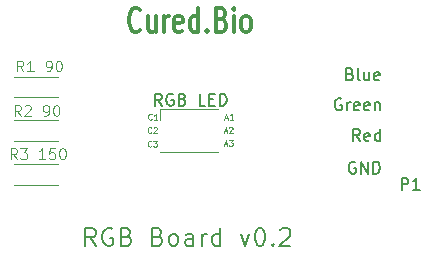
<source format=gto>
G04 #@! TF.FileFunction,Legend,Top*
%FSLAX46Y46*%
G04 Gerber Fmt 4.6, Leading zero omitted, Abs format (unit mm)*
G04 Created by KiCad (PCBNEW 4.0.7) date 01/10/18 12:45:49*
%MOMM*%
%LPD*%
G01*
G04 APERTURE LIST*
%ADD10C,0.150000*%
%ADD11C,0.100000*%
%ADD12C,0.200000*%
%ADD13C,0.304800*%
%ADD14C,0.200660*%
%ADD15C,0.120000*%
%ADD16C,0.127000*%
G04 APERTURE END LIST*
D10*
D11*
X101902858Y-64683333D02*
X102140953Y-64683333D01*
X101855239Y-64826190D02*
X102021906Y-64326190D01*
X102188572Y-64826190D01*
X102307620Y-64326190D02*
X102617143Y-64326190D01*
X102450477Y-64516667D01*
X102521905Y-64516667D01*
X102569524Y-64540476D01*
X102593334Y-64564286D01*
X102617143Y-64611905D01*
X102617143Y-64730952D01*
X102593334Y-64778571D01*
X102569524Y-64802381D01*
X102521905Y-64826190D01*
X102379048Y-64826190D01*
X102331429Y-64802381D01*
X102307620Y-64778571D01*
X101902858Y-63573333D02*
X102140953Y-63573333D01*
X101855239Y-63716190D02*
X102021906Y-63216190D01*
X102188572Y-63716190D01*
X102331429Y-63263810D02*
X102355239Y-63240000D01*
X102402858Y-63216190D01*
X102521905Y-63216190D01*
X102569524Y-63240000D01*
X102593334Y-63263810D01*
X102617143Y-63311429D01*
X102617143Y-63359048D01*
X102593334Y-63430476D01*
X102307620Y-63716190D01*
X102617143Y-63716190D01*
X101982858Y-62443333D02*
X102220953Y-62443333D01*
X101935239Y-62586190D02*
X102101906Y-62086190D01*
X102268572Y-62586190D01*
X102697143Y-62586190D02*
X102411429Y-62586190D01*
X102554286Y-62586190D02*
X102554286Y-62086190D01*
X102506667Y-62157619D01*
X102459048Y-62205238D01*
X102411429Y-62229048D01*
X95746667Y-64838571D02*
X95722857Y-64862381D01*
X95651429Y-64886190D01*
X95603810Y-64886190D01*
X95532381Y-64862381D01*
X95484762Y-64814762D01*
X95460953Y-64767143D01*
X95437143Y-64671905D01*
X95437143Y-64600476D01*
X95460953Y-64505238D01*
X95484762Y-64457619D01*
X95532381Y-64410000D01*
X95603810Y-64386190D01*
X95651429Y-64386190D01*
X95722857Y-64410000D01*
X95746667Y-64433810D01*
X95913334Y-64386190D02*
X96222857Y-64386190D01*
X96056191Y-64576667D01*
X96127619Y-64576667D01*
X96175238Y-64600476D01*
X96199048Y-64624286D01*
X96222857Y-64671905D01*
X96222857Y-64790952D01*
X96199048Y-64838571D01*
X96175238Y-64862381D01*
X96127619Y-64886190D01*
X95984762Y-64886190D01*
X95937143Y-64862381D01*
X95913334Y-64838571D01*
X95746667Y-63668571D02*
X95722857Y-63692381D01*
X95651429Y-63716190D01*
X95603810Y-63716190D01*
X95532381Y-63692381D01*
X95484762Y-63644762D01*
X95460953Y-63597143D01*
X95437143Y-63501905D01*
X95437143Y-63430476D01*
X95460953Y-63335238D01*
X95484762Y-63287619D01*
X95532381Y-63240000D01*
X95603810Y-63216190D01*
X95651429Y-63216190D01*
X95722857Y-63240000D01*
X95746667Y-63263810D01*
X95937143Y-63263810D02*
X95960953Y-63240000D01*
X96008572Y-63216190D01*
X96127619Y-63216190D01*
X96175238Y-63240000D01*
X96199048Y-63263810D01*
X96222857Y-63311429D01*
X96222857Y-63359048D01*
X96199048Y-63430476D01*
X95913334Y-63716190D01*
X96222857Y-63716190D01*
X95766667Y-62558571D02*
X95742857Y-62582381D01*
X95671429Y-62606190D01*
X95623810Y-62606190D01*
X95552381Y-62582381D01*
X95504762Y-62534762D01*
X95480953Y-62487143D01*
X95457143Y-62391905D01*
X95457143Y-62320476D01*
X95480953Y-62225238D01*
X95504762Y-62177619D01*
X95552381Y-62130000D01*
X95623810Y-62106190D01*
X95671429Y-62106190D01*
X95742857Y-62130000D01*
X95766667Y-62153810D01*
X96242857Y-62606190D02*
X95957143Y-62606190D01*
X96100000Y-62606190D02*
X96100000Y-62106190D01*
X96052381Y-62177619D01*
X96004762Y-62225238D01*
X95957143Y-62249048D01*
D12*
X91014287Y-73278571D02*
X90514287Y-72564286D01*
X90157144Y-73278571D02*
X90157144Y-71778571D01*
X90728572Y-71778571D01*
X90871430Y-71850000D01*
X90942858Y-71921429D01*
X91014287Y-72064286D01*
X91014287Y-72278571D01*
X90942858Y-72421429D01*
X90871430Y-72492857D01*
X90728572Y-72564286D01*
X90157144Y-72564286D01*
X92442858Y-71850000D02*
X92300001Y-71778571D01*
X92085715Y-71778571D01*
X91871430Y-71850000D01*
X91728572Y-71992857D01*
X91657144Y-72135714D01*
X91585715Y-72421429D01*
X91585715Y-72635714D01*
X91657144Y-72921429D01*
X91728572Y-73064286D01*
X91871430Y-73207143D01*
X92085715Y-73278571D01*
X92228572Y-73278571D01*
X92442858Y-73207143D01*
X92514287Y-73135714D01*
X92514287Y-72635714D01*
X92228572Y-72635714D01*
X93657144Y-72492857D02*
X93871430Y-72564286D01*
X93942858Y-72635714D01*
X94014287Y-72778571D01*
X94014287Y-72992857D01*
X93942858Y-73135714D01*
X93871430Y-73207143D01*
X93728572Y-73278571D01*
X93157144Y-73278571D01*
X93157144Y-71778571D01*
X93657144Y-71778571D01*
X93800001Y-71850000D01*
X93871430Y-71921429D01*
X93942858Y-72064286D01*
X93942858Y-72207143D01*
X93871430Y-72350000D01*
X93800001Y-72421429D01*
X93657144Y-72492857D01*
X93157144Y-72492857D01*
X96300001Y-72492857D02*
X96514287Y-72564286D01*
X96585715Y-72635714D01*
X96657144Y-72778571D01*
X96657144Y-72992857D01*
X96585715Y-73135714D01*
X96514287Y-73207143D01*
X96371429Y-73278571D01*
X95800001Y-73278571D01*
X95800001Y-71778571D01*
X96300001Y-71778571D01*
X96442858Y-71850000D01*
X96514287Y-71921429D01*
X96585715Y-72064286D01*
X96585715Y-72207143D01*
X96514287Y-72350000D01*
X96442858Y-72421429D01*
X96300001Y-72492857D01*
X95800001Y-72492857D01*
X97514287Y-73278571D02*
X97371429Y-73207143D01*
X97300001Y-73135714D01*
X97228572Y-72992857D01*
X97228572Y-72564286D01*
X97300001Y-72421429D01*
X97371429Y-72350000D01*
X97514287Y-72278571D01*
X97728572Y-72278571D01*
X97871429Y-72350000D01*
X97942858Y-72421429D01*
X98014287Y-72564286D01*
X98014287Y-72992857D01*
X97942858Y-73135714D01*
X97871429Y-73207143D01*
X97728572Y-73278571D01*
X97514287Y-73278571D01*
X99300001Y-73278571D02*
X99300001Y-72492857D01*
X99228572Y-72350000D01*
X99085715Y-72278571D01*
X98800001Y-72278571D01*
X98657144Y-72350000D01*
X99300001Y-73207143D02*
X99157144Y-73278571D01*
X98800001Y-73278571D01*
X98657144Y-73207143D01*
X98585715Y-73064286D01*
X98585715Y-72921429D01*
X98657144Y-72778571D01*
X98800001Y-72707143D01*
X99157144Y-72707143D01*
X99300001Y-72635714D01*
X100014287Y-73278571D02*
X100014287Y-72278571D01*
X100014287Y-72564286D02*
X100085715Y-72421429D01*
X100157144Y-72350000D01*
X100300001Y-72278571D01*
X100442858Y-72278571D01*
X101585715Y-73278571D02*
X101585715Y-71778571D01*
X101585715Y-73207143D02*
X101442858Y-73278571D01*
X101157144Y-73278571D01*
X101014286Y-73207143D01*
X100942858Y-73135714D01*
X100871429Y-72992857D01*
X100871429Y-72564286D01*
X100942858Y-72421429D01*
X101014286Y-72350000D01*
X101157144Y-72278571D01*
X101442858Y-72278571D01*
X101585715Y-72350000D01*
X103300001Y-72278571D02*
X103657144Y-73278571D01*
X104014286Y-72278571D01*
X104871429Y-71778571D02*
X105014286Y-71778571D01*
X105157143Y-71850000D01*
X105228572Y-71921429D01*
X105300001Y-72064286D01*
X105371429Y-72350000D01*
X105371429Y-72707143D01*
X105300001Y-72992857D01*
X105228572Y-73135714D01*
X105157143Y-73207143D01*
X105014286Y-73278571D01*
X104871429Y-73278571D01*
X104728572Y-73207143D01*
X104657143Y-73135714D01*
X104585715Y-72992857D01*
X104514286Y-72707143D01*
X104514286Y-72350000D01*
X104585715Y-72064286D01*
X104657143Y-71921429D01*
X104728572Y-71850000D01*
X104871429Y-71778571D01*
X106014286Y-73135714D02*
X106085714Y-73207143D01*
X106014286Y-73278571D01*
X105942857Y-73207143D01*
X106014286Y-73135714D01*
X106014286Y-73278571D01*
X106657143Y-71921429D02*
X106728572Y-71850000D01*
X106871429Y-71778571D01*
X107228572Y-71778571D01*
X107371429Y-71850000D01*
X107442858Y-71921429D01*
X107514286Y-72064286D01*
X107514286Y-72207143D01*
X107442858Y-72421429D01*
X106585715Y-73278571D01*
X107514286Y-73278571D01*
D13*
X94790857Y-54975714D02*
X94718286Y-55072476D01*
X94500572Y-55169238D01*
X94355429Y-55169238D01*
X94137714Y-55072476D01*
X93992572Y-54878952D01*
X93920000Y-54685429D01*
X93847429Y-54298381D01*
X93847429Y-54008095D01*
X93920000Y-53621048D01*
X93992572Y-53427524D01*
X94137714Y-53234000D01*
X94355429Y-53137238D01*
X94500572Y-53137238D01*
X94718286Y-53234000D01*
X94790857Y-53330762D01*
X96097143Y-53814571D02*
X96097143Y-55169238D01*
X95444000Y-53814571D02*
X95444000Y-54878952D01*
X95516572Y-55072476D01*
X95661714Y-55169238D01*
X95879429Y-55169238D01*
X96024572Y-55072476D01*
X96097143Y-54975714D01*
X96822857Y-55169238D02*
X96822857Y-53814571D01*
X96822857Y-54201619D02*
X96895429Y-54008095D01*
X96968000Y-53911333D01*
X97113143Y-53814571D01*
X97258286Y-53814571D01*
X98346858Y-55072476D02*
X98201715Y-55169238D01*
X97911429Y-55169238D01*
X97766286Y-55072476D01*
X97693715Y-54878952D01*
X97693715Y-54104857D01*
X97766286Y-53911333D01*
X97911429Y-53814571D01*
X98201715Y-53814571D01*
X98346858Y-53911333D01*
X98419429Y-54104857D01*
X98419429Y-54298381D01*
X97693715Y-54491905D01*
X99725715Y-55169238D02*
X99725715Y-53137238D01*
X99725715Y-55072476D02*
X99580572Y-55169238D01*
X99290286Y-55169238D01*
X99145144Y-55072476D01*
X99072572Y-54975714D01*
X99000001Y-54782190D01*
X99000001Y-54201619D01*
X99072572Y-54008095D01*
X99145144Y-53911333D01*
X99290286Y-53814571D01*
X99580572Y-53814571D01*
X99725715Y-53911333D01*
X100451429Y-54975714D02*
X100524001Y-55072476D01*
X100451429Y-55169238D01*
X100378858Y-55072476D01*
X100451429Y-54975714D01*
X100451429Y-55169238D01*
X101685143Y-54104857D02*
X101902857Y-54201619D01*
X101975429Y-54298381D01*
X102048000Y-54491905D01*
X102048000Y-54782190D01*
X101975429Y-54975714D01*
X101902857Y-55072476D01*
X101757715Y-55169238D01*
X101177143Y-55169238D01*
X101177143Y-53137238D01*
X101685143Y-53137238D01*
X101830286Y-53234000D01*
X101902857Y-53330762D01*
X101975429Y-53524286D01*
X101975429Y-53717810D01*
X101902857Y-53911333D01*
X101830286Y-54008095D01*
X101685143Y-54104857D01*
X101177143Y-54104857D01*
X102701143Y-55169238D02*
X102701143Y-53814571D01*
X102701143Y-53137238D02*
X102628572Y-53234000D01*
X102701143Y-53330762D01*
X102773715Y-53234000D01*
X102701143Y-53137238D01*
X102701143Y-53330762D01*
X103644571Y-55169238D02*
X103499429Y-55072476D01*
X103426857Y-54975714D01*
X103354286Y-54782190D01*
X103354286Y-54201619D01*
X103426857Y-54008095D01*
X103499429Y-53911333D01*
X103644571Y-53814571D01*
X103862286Y-53814571D01*
X104007429Y-53911333D01*
X104080000Y-54008095D01*
X104152571Y-54201619D01*
X104152571Y-54782190D01*
X104080000Y-54975714D01*
X104007429Y-55072476D01*
X103862286Y-55169238D01*
X103644571Y-55169238D01*
D14*
X112577757Y-58738517D02*
X112720723Y-58786172D01*
X112768378Y-58833828D01*
X112816033Y-58929138D01*
X112816033Y-59072104D01*
X112768378Y-59167414D01*
X112720723Y-59215070D01*
X112625412Y-59262725D01*
X112244170Y-59262725D01*
X112244170Y-58261965D01*
X112577757Y-58261965D01*
X112673067Y-58309620D01*
X112720723Y-58357275D01*
X112768378Y-58452586D01*
X112768378Y-58547896D01*
X112720723Y-58643207D01*
X112673067Y-58690862D01*
X112577757Y-58738517D01*
X112244170Y-58738517D01*
X113387896Y-59262725D02*
X113292585Y-59215070D01*
X113244930Y-59119759D01*
X113244930Y-58261965D01*
X114198035Y-58595551D02*
X114198035Y-59262725D01*
X113769138Y-58595551D02*
X113769138Y-59119759D01*
X113816793Y-59215070D01*
X113912104Y-59262725D01*
X114055070Y-59262725D01*
X114150380Y-59215070D01*
X114198035Y-59167414D01*
X115055830Y-59215070D02*
X114960520Y-59262725D01*
X114769899Y-59262725D01*
X114674588Y-59215070D01*
X114626933Y-59119759D01*
X114626933Y-58738517D01*
X114674588Y-58643207D01*
X114769899Y-58595551D01*
X114960520Y-58595551D01*
X115055830Y-58643207D01*
X115103485Y-58738517D01*
X115103485Y-58833828D01*
X114626933Y-58929138D01*
X111841826Y-60849620D02*
X111746515Y-60801965D01*
X111603550Y-60801965D01*
X111460584Y-60849620D01*
X111365273Y-60944930D01*
X111317618Y-61040241D01*
X111269963Y-61230862D01*
X111269963Y-61373828D01*
X111317618Y-61564449D01*
X111365273Y-61659759D01*
X111460584Y-61755070D01*
X111603550Y-61802725D01*
X111698860Y-61802725D01*
X111841826Y-61755070D01*
X111889481Y-61707414D01*
X111889481Y-61373828D01*
X111698860Y-61373828D01*
X112318378Y-61802725D02*
X112318378Y-61135551D01*
X112318378Y-61326172D02*
X112366033Y-61230862D01*
X112413689Y-61183207D01*
X112508999Y-61135551D01*
X112604310Y-61135551D01*
X113319138Y-61755070D02*
X113223828Y-61802725D01*
X113033207Y-61802725D01*
X112937896Y-61755070D01*
X112890241Y-61659759D01*
X112890241Y-61278517D01*
X112937896Y-61183207D01*
X113033207Y-61135551D01*
X113223828Y-61135551D01*
X113319138Y-61183207D01*
X113366793Y-61278517D01*
X113366793Y-61373828D01*
X112890241Y-61469138D01*
X114176932Y-61755070D02*
X114081622Y-61802725D01*
X113891001Y-61802725D01*
X113795690Y-61755070D01*
X113748035Y-61659759D01*
X113748035Y-61278517D01*
X113795690Y-61183207D01*
X113891001Y-61135551D01*
X114081622Y-61135551D01*
X114176932Y-61183207D01*
X114224587Y-61278517D01*
X114224587Y-61373828D01*
X113748035Y-61469138D01*
X114653484Y-61135551D02*
X114653484Y-61802725D01*
X114653484Y-61230862D02*
X114701139Y-61183207D01*
X114796450Y-61135551D01*
X114939416Y-61135551D01*
X115034726Y-61183207D01*
X115082381Y-61278517D01*
X115082381Y-61802725D01*
X113007517Y-66209620D02*
X112912206Y-66161965D01*
X112769241Y-66161965D01*
X112626275Y-66209620D01*
X112530964Y-66304930D01*
X112483309Y-66400241D01*
X112435654Y-66590862D01*
X112435654Y-66733828D01*
X112483309Y-66924449D01*
X112530964Y-67019759D01*
X112626275Y-67115070D01*
X112769241Y-67162725D01*
X112864551Y-67162725D01*
X113007517Y-67115070D01*
X113055172Y-67067414D01*
X113055172Y-66733828D01*
X112864551Y-66733828D01*
X113484069Y-67162725D02*
X113484069Y-66161965D01*
X114055932Y-67162725D01*
X114055932Y-66161965D01*
X114532484Y-67162725D02*
X114532484Y-66161965D01*
X114770760Y-66161965D01*
X114913726Y-66209620D01*
X115009037Y-66304930D01*
X115056692Y-66400241D01*
X115104347Y-66590862D01*
X115104347Y-66733828D01*
X115056692Y-66924449D01*
X115009037Y-67019759D01*
X114913726Y-67115070D01*
X114770760Y-67162725D01*
X114532484Y-67162725D01*
X113398137Y-64402725D02*
X113064550Y-63926172D01*
X112826274Y-64402725D02*
X112826274Y-63401965D01*
X113207516Y-63401965D01*
X113302827Y-63449620D01*
X113350482Y-63497275D01*
X113398137Y-63592586D01*
X113398137Y-63735551D01*
X113350482Y-63830862D01*
X113302827Y-63878517D01*
X113207516Y-63926172D01*
X112826274Y-63926172D01*
X114208276Y-64355070D02*
X114112966Y-64402725D01*
X113922345Y-64402725D01*
X113827034Y-64355070D01*
X113779379Y-64259759D01*
X113779379Y-63878517D01*
X113827034Y-63783207D01*
X113922345Y-63735551D01*
X114112966Y-63735551D01*
X114208276Y-63783207D01*
X114255931Y-63878517D01*
X114255931Y-63973828D01*
X113779379Y-64069138D01*
X115113725Y-64402725D02*
X115113725Y-63401965D01*
X115113725Y-64355070D02*
X115018415Y-64402725D01*
X114827794Y-64402725D01*
X114732483Y-64355070D01*
X114684828Y-64307414D01*
X114637173Y-64212104D01*
X114637173Y-63926172D01*
X114684828Y-63830862D01*
X114732483Y-63783207D01*
X114827794Y-63735551D01*
X115018415Y-63735551D01*
X115113725Y-63783207D01*
D15*
X96510000Y-61700000D02*
X96510000Y-62600000D01*
X96510000Y-65300000D02*
X101410000Y-65300000D01*
X101410000Y-61700000D02*
X96510000Y-61700000D01*
X87830000Y-60680000D02*
X84110000Y-60680000D01*
X87830000Y-58960000D02*
X84110000Y-58960000D01*
X87830000Y-64370000D02*
X84110000Y-64370000D01*
X87830000Y-62650000D02*
X84110000Y-62650000D01*
X87830000Y-68110000D02*
X84110000Y-68110000D01*
X87830000Y-66390000D02*
X84110000Y-66390000D01*
D16*
X116941905Y-68542381D02*
X116941905Y-67542381D01*
X117322858Y-67542381D01*
X117418096Y-67590000D01*
X117465715Y-67637619D01*
X117513334Y-67732857D01*
X117513334Y-67875714D01*
X117465715Y-67970952D01*
X117418096Y-68018571D01*
X117322858Y-68066190D01*
X116941905Y-68066190D01*
X118465715Y-68542381D02*
X117894286Y-68542381D01*
X118180000Y-68542381D02*
X118180000Y-67542381D01*
X118084762Y-67685238D01*
X117989524Y-67780476D01*
X117894286Y-67828095D01*
D10*
X96631429Y-61402381D02*
X96298095Y-60926190D01*
X96060000Y-61402381D02*
X96060000Y-60402381D01*
X96440953Y-60402381D01*
X96536191Y-60450000D01*
X96583810Y-60497619D01*
X96631429Y-60592857D01*
X96631429Y-60735714D01*
X96583810Y-60830952D01*
X96536191Y-60878571D01*
X96440953Y-60926190D01*
X96060000Y-60926190D01*
X97583810Y-60450000D02*
X97488572Y-60402381D01*
X97345715Y-60402381D01*
X97202857Y-60450000D01*
X97107619Y-60545238D01*
X97060000Y-60640476D01*
X97012381Y-60830952D01*
X97012381Y-60973810D01*
X97060000Y-61164286D01*
X97107619Y-61259524D01*
X97202857Y-61354762D01*
X97345715Y-61402381D01*
X97440953Y-61402381D01*
X97583810Y-61354762D01*
X97631429Y-61307143D01*
X97631429Y-60973810D01*
X97440953Y-60973810D01*
X98393334Y-60878571D02*
X98536191Y-60926190D01*
X98583810Y-60973810D01*
X98631429Y-61069048D01*
X98631429Y-61211905D01*
X98583810Y-61307143D01*
X98536191Y-61354762D01*
X98440953Y-61402381D01*
X98060000Y-61402381D01*
X98060000Y-60402381D01*
X98393334Y-60402381D01*
X98488572Y-60450000D01*
X98536191Y-60497619D01*
X98583810Y-60592857D01*
X98583810Y-60688095D01*
X98536191Y-60783333D01*
X98488572Y-60830952D01*
X98393334Y-60878571D01*
X98060000Y-60878571D01*
X100298096Y-61402381D02*
X99821905Y-61402381D01*
X99821905Y-60402381D01*
X100631429Y-60878571D02*
X100964763Y-60878571D01*
X101107620Y-61402381D02*
X100631429Y-61402381D01*
X100631429Y-60402381D01*
X101107620Y-60402381D01*
X101536191Y-61402381D02*
X101536191Y-60402381D01*
X101774286Y-60402381D01*
X101917144Y-60450000D01*
X102012382Y-60545238D01*
X102060001Y-60640476D01*
X102107620Y-60830952D01*
X102107620Y-60973810D01*
X102060001Y-61164286D01*
X102012382Y-61259524D01*
X101917144Y-61354762D01*
X101774286Y-61402381D01*
X101536191Y-61402381D01*
D11*
X84910000Y-58507143D02*
X84610000Y-58078571D01*
X84395715Y-58507143D02*
X84395715Y-57607143D01*
X84738572Y-57607143D01*
X84824286Y-57650000D01*
X84867143Y-57692857D01*
X84910000Y-57778571D01*
X84910000Y-57907143D01*
X84867143Y-57992857D01*
X84824286Y-58035714D01*
X84738572Y-58078571D01*
X84395715Y-58078571D01*
X85767143Y-58507143D02*
X85252858Y-58507143D01*
X85510000Y-58507143D02*
X85510000Y-57607143D01*
X85424286Y-57735714D01*
X85338572Y-57821429D01*
X85252858Y-57864286D01*
X86881429Y-58507143D02*
X87052857Y-58507143D01*
X87138572Y-58464286D01*
X87181429Y-58421429D01*
X87267143Y-58292857D01*
X87310000Y-58121429D01*
X87310000Y-57778571D01*
X87267143Y-57692857D01*
X87224286Y-57650000D01*
X87138572Y-57607143D01*
X86967143Y-57607143D01*
X86881429Y-57650000D01*
X86838572Y-57692857D01*
X86795715Y-57778571D01*
X86795715Y-57992857D01*
X86838572Y-58078571D01*
X86881429Y-58121429D01*
X86967143Y-58164286D01*
X87138572Y-58164286D01*
X87224286Y-58121429D01*
X87267143Y-58078571D01*
X87310000Y-57992857D01*
X87867143Y-57607143D02*
X87952858Y-57607143D01*
X88038572Y-57650000D01*
X88081429Y-57692857D01*
X88124286Y-57778571D01*
X88167143Y-57950000D01*
X88167143Y-58164286D01*
X88124286Y-58335714D01*
X88081429Y-58421429D01*
X88038572Y-58464286D01*
X87952858Y-58507143D01*
X87867143Y-58507143D01*
X87781429Y-58464286D01*
X87738572Y-58421429D01*
X87695715Y-58335714D01*
X87652858Y-58164286D01*
X87652858Y-57950000D01*
X87695715Y-57778571D01*
X87738572Y-57692857D01*
X87781429Y-57650000D01*
X87867143Y-57607143D01*
X84680000Y-62277143D02*
X84380000Y-61848571D01*
X84165715Y-62277143D02*
X84165715Y-61377143D01*
X84508572Y-61377143D01*
X84594286Y-61420000D01*
X84637143Y-61462857D01*
X84680000Y-61548571D01*
X84680000Y-61677143D01*
X84637143Y-61762857D01*
X84594286Y-61805714D01*
X84508572Y-61848571D01*
X84165715Y-61848571D01*
X85022858Y-61462857D02*
X85065715Y-61420000D01*
X85151429Y-61377143D01*
X85365715Y-61377143D01*
X85451429Y-61420000D01*
X85494286Y-61462857D01*
X85537143Y-61548571D01*
X85537143Y-61634286D01*
X85494286Y-61762857D01*
X84980000Y-62277143D01*
X85537143Y-62277143D01*
X86651429Y-62277143D02*
X86822857Y-62277143D01*
X86908572Y-62234286D01*
X86951429Y-62191429D01*
X87037143Y-62062857D01*
X87080000Y-61891429D01*
X87080000Y-61548571D01*
X87037143Y-61462857D01*
X86994286Y-61420000D01*
X86908572Y-61377143D01*
X86737143Y-61377143D01*
X86651429Y-61420000D01*
X86608572Y-61462857D01*
X86565715Y-61548571D01*
X86565715Y-61762857D01*
X86608572Y-61848571D01*
X86651429Y-61891429D01*
X86737143Y-61934286D01*
X86908572Y-61934286D01*
X86994286Y-61891429D01*
X87037143Y-61848571D01*
X87080000Y-61762857D01*
X87637143Y-61377143D02*
X87722858Y-61377143D01*
X87808572Y-61420000D01*
X87851429Y-61462857D01*
X87894286Y-61548571D01*
X87937143Y-61720000D01*
X87937143Y-61934286D01*
X87894286Y-62105714D01*
X87851429Y-62191429D01*
X87808572Y-62234286D01*
X87722858Y-62277143D01*
X87637143Y-62277143D01*
X87551429Y-62234286D01*
X87508572Y-62191429D01*
X87465715Y-62105714D01*
X87422858Y-61934286D01*
X87422858Y-61720000D01*
X87465715Y-61548571D01*
X87508572Y-61462857D01*
X87551429Y-61420000D01*
X87637143Y-61377143D01*
X84361428Y-65937143D02*
X84061428Y-65508571D01*
X83847143Y-65937143D02*
X83847143Y-65037143D01*
X84190000Y-65037143D01*
X84275714Y-65080000D01*
X84318571Y-65122857D01*
X84361428Y-65208571D01*
X84361428Y-65337143D01*
X84318571Y-65422857D01*
X84275714Y-65465714D01*
X84190000Y-65508571D01*
X83847143Y-65508571D01*
X84661428Y-65037143D02*
X85218571Y-65037143D01*
X84918571Y-65380000D01*
X85047143Y-65380000D01*
X85132857Y-65422857D01*
X85175714Y-65465714D01*
X85218571Y-65551429D01*
X85218571Y-65765714D01*
X85175714Y-65851429D01*
X85132857Y-65894286D01*
X85047143Y-65937143D01*
X84790000Y-65937143D01*
X84704286Y-65894286D01*
X84661428Y-65851429D01*
X86761428Y-65937143D02*
X86247143Y-65937143D01*
X86504285Y-65937143D02*
X86504285Y-65037143D01*
X86418571Y-65165714D01*
X86332857Y-65251429D01*
X86247143Y-65294286D01*
X87575714Y-65037143D02*
X87147143Y-65037143D01*
X87104286Y-65465714D01*
X87147143Y-65422857D01*
X87232857Y-65380000D01*
X87447143Y-65380000D01*
X87532857Y-65422857D01*
X87575714Y-65465714D01*
X87618571Y-65551429D01*
X87618571Y-65765714D01*
X87575714Y-65851429D01*
X87532857Y-65894286D01*
X87447143Y-65937143D01*
X87232857Y-65937143D01*
X87147143Y-65894286D01*
X87104286Y-65851429D01*
X88175714Y-65037143D02*
X88261429Y-65037143D01*
X88347143Y-65080000D01*
X88390000Y-65122857D01*
X88432857Y-65208571D01*
X88475714Y-65380000D01*
X88475714Y-65594286D01*
X88432857Y-65765714D01*
X88390000Y-65851429D01*
X88347143Y-65894286D01*
X88261429Y-65937143D01*
X88175714Y-65937143D01*
X88090000Y-65894286D01*
X88047143Y-65851429D01*
X88004286Y-65765714D01*
X87961429Y-65594286D01*
X87961429Y-65380000D01*
X88004286Y-65208571D01*
X88047143Y-65122857D01*
X88090000Y-65080000D01*
X88175714Y-65037143D01*
M02*

</source>
